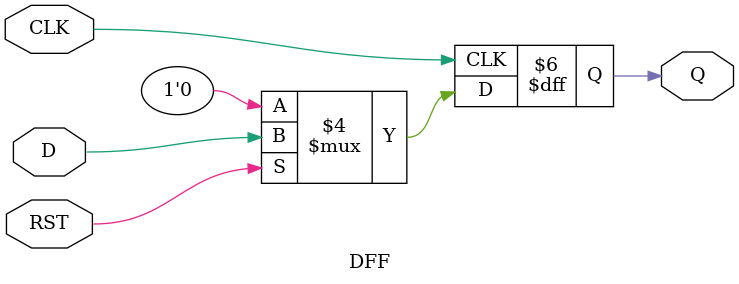
<source format=v>
module DFF(CLK,RST,D,Q);
	input CLK,RST,D;
	output Q;
	reg Q;
	
	always @(posedge CLK)
		if(! RST)
			Q = 1'b0;
		else
			Q = D;
endmodule
</source>
